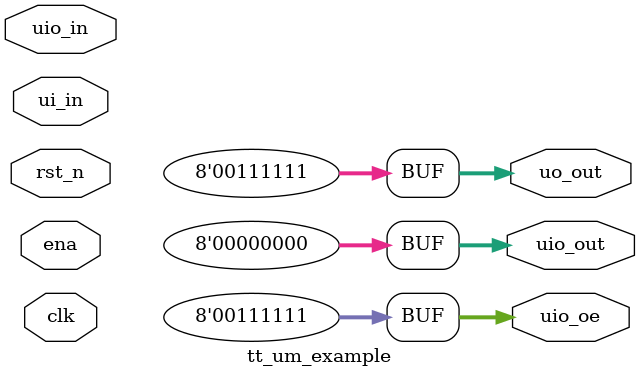
<source format=v>
/*
 * Copyright (c) 2024 Your Name
 * SPDX-License-Identifier: Apache-2.0
 */

`define default_netname none

module tt_um_example (
    input  wire [7:0] ui_in,    // Dedicated inputs
    output wire [7:0] uo_out,   // Dedicated outputs
    input  wire [7:0] uio_in,   // IOs: Input path
    output wire [7:0] uio_out,  // IOs: Output path
    output wire [7:0] uio_oe,   // IOs: Enable path (active high: 0=input, 1=output)
    input  wire       ena,      // will go high when the design is enabled
    input  wire       clk,      // clock
    input  wire       rst_n     // reset_n - low to reset
);

  // All output pins must be assigned. If not used, assign to 0.
    ALU U2 (.A(ui_in[2:0]), .B(ui_in[5:3]), .ctrl(uio_in[2:0]), .Leds(uo_out[5:0]));
    
    assign uio_oe= 8'b 00111111;
    assign uo_out= 8'b 00111111;
    assign uio_out= 8'b 00000000;
    
endmodule

</source>
